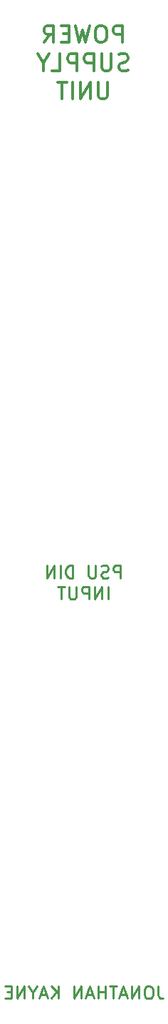
<source format=gbo>
G04 #@! TF.GenerationSoftware,KiCad,Pcbnew,(5.1.0)-1*
G04 #@! TF.CreationDate,2019-05-28T14:34:34-04:00*
G04 #@! TF.ProjectId,Power Supply_Panel,506f7765-7220-4537-9570-706c795f5061,rev?*
G04 #@! TF.SameCoordinates,Original*
G04 #@! TF.FileFunction,Legend,Bot*
G04 #@! TF.FilePolarity,Positive*
%FSLAX46Y46*%
G04 Gerber Fmt 4.6, Leading zero omitted, Abs format (unit mm)*
G04 Created by KiCad (PCBNEW (5.1.0)-1) date 2019-05-28 14:34:34*
%MOMM*%
%LPD*%
G04 APERTURE LIST*
%ADD10C,0.250000*%
%ADD11C,0.350000*%
G04 APERTURE END LIST*
D10*
X49357142Y-100928571D02*
X49357142Y-99428571D01*
X48785714Y-99428571D01*
X48642857Y-99500000D01*
X48571428Y-99571428D01*
X48500000Y-99714285D01*
X48500000Y-99928571D01*
X48571428Y-100071428D01*
X48642857Y-100142857D01*
X48785714Y-100214285D01*
X49357142Y-100214285D01*
X47928571Y-100857142D02*
X47714285Y-100928571D01*
X47357142Y-100928571D01*
X47214285Y-100857142D01*
X47142857Y-100785714D01*
X47071428Y-100642857D01*
X47071428Y-100500000D01*
X47142857Y-100357142D01*
X47214285Y-100285714D01*
X47357142Y-100214285D01*
X47642857Y-100142857D01*
X47785714Y-100071428D01*
X47857142Y-100000000D01*
X47928571Y-99857142D01*
X47928571Y-99714285D01*
X47857142Y-99571428D01*
X47785714Y-99500000D01*
X47642857Y-99428571D01*
X47285714Y-99428571D01*
X47071428Y-99500000D01*
X46428571Y-99428571D02*
X46428571Y-100642857D01*
X46357142Y-100785714D01*
X46285714Y-100857142D01*
X46142857Y-100928571D01*
X45857142Y-100928571D01*
X45714285Y-100857142D01*
X45642857Y-100785714D01*
X45571428Y-100642857D01*
X45571428Y-99428571D01*
X43714285Y-100928571D02*
X43714285Y-99428571D01*
X43357142Y-99428571D01*
X43142857Y-99500000D01*
X43000000Y-99642857D01*
X42928571Y-99785714D01*
X42857142Y-100071428D01*
X42857142Y-100285714D01*
X42928571Y-100571428D01*
X43000000Y-100714285D01*
X43142857Y-100857142D01*
X43357142Y-100928571D01*
X43714285Y-100928571D01*
X42214285Y-100928571D02*
X42214285Y-99428571D01*
X41500000Y-100928571D02*
X41500000Y-99428571D01*
X40642857Y-100928571D01*
X40642857Y-99428571D01*
X47892857Y-103428571D02*
X47892857Y-101928571D01*
X47178571Y-103428571D02*
X47178571Y-101928571D01*
X46321428Y-103428571D01*
X46321428Y-101928571D01*
X45607142Y-103428571D02*
X45607142Y-101928571D01*
X45035714Y-101928571D01*
X44892857Y-102000000D01*
X44821428Y-102071428D01*
X44750000Y-102214285D01*
X44750000Y-102428571D01*
X44821428Y-102571428D01*
X44892857Y-102642857D01*
X45035714Y-102714285D01*
X45607142Y-102714285D01*
X44107142Y-101928571D02*
X44107142Y-103142857D01*
X44035714Y-103285714D01*
X43964285Y-103357142D01*
X43821428Y-103428571D01*
X43535714Y-103428571D01*
X43392857Y-103357142D01*
X43321428Y-103285714D01*
X43250000Y-103142857D01*
X43250000Y-101928571D01*
X42750000Y-101928571D02*
X41892857Y-101928571D01*
X42321428Y-103428571D02*
X42321428Y-101928571D01*
X53857142Y-149178571D02*
X53857142Y-150250000D01*
X53928571Y-150464285D01*
X54071428Y-150607142D01*
X54285714Y-150678571D01*
X54428571Y-150678571D01*
X52857142Y-149178571D02*
X52571428Y-149178571D01*
X52428571Y-149250000D01*
X52285714Y-149392857D01*
X52214285Y-149678571D01*
X52214285Y-150178571D01*
X52285714Y-150464285D01*
X52428571Y-150607142D01*
X52571428Y-150678571D01*
X52857142Y-150678571D01*
X53000000Y-150607142D01*
X53142857Y-150464285D01*
X53214285Y-150178571D01*
X53214285Y-149678571D01*
X53142857Y-149392857D01*
X53000000Y-149250000D01*
X52857142Y-149178571D01*
X51571428Y-150678571D02*
X51571428Y-149178571D01*
X50714285Y-150678571D01*
X50714285Y-149178571D01*
X50071428Y-150250000D02*
X49357142Y-150250000D01*
X50214285Y-150678571D02*
X49714285Y-149178571D01*
X49214285Y-150678571D01*
X48928571Y-149178571D02*
X48071428Y-149178571D01*
X48500000Y-150678571D02*
X48500000Y-149178571D01*
X47571428Y-150678571D02*
X47571428Y-149178571D01*
X47571428Y-149892857D02*
X46714285Y-149892857D01*
X46714285Y-150678571D02*
X46714285Y-149178571D01*
X46071428Y-150250000D02*
X45357142Y-150250000D01*
X46214285Y-150678571D02*
X45714285Y-149178571D01*
X45214285Y-150678571D01*
X44714285Y-150678571D02*
X44714285Y-149178571D01*
X43857142Y-150678571D01*
X43857142Y-149178571D01*
X42000000Y-150678571D02*
X42000000Y-149178571D01*
X41142857Y-150678571D02*
X41785714Y-149821428D01*
X41142857Y-149178571D02*
X42000000Y-150035714D01*
X40571428Y-150250000D02*
X39857142Y-150250000D01*
X40714285Y-150678571D02*
X40214285Y-149178571D01*
X39714285Y-150678571D01*
X38928571Y-149964285D02*
X38928571Y-150678571D01*
X39428571Y-149178571D02*
X38928571Y-149964285D01*
X38428571Y-149178571D01*
X37928571Y-150678571D02*
X37928571Y-149178571D01*
X37071428Y-150678571D01*
X37071428Y-149178571D01*
X36357142Y-149892857D02*
X35857142Y-149892857D01*
X35642857Y-150678571D02*
X36357142Y-150678571D01*
X36357142Y-149178571D01*
X35642857Y-149178571D01*
D11*
X49619047Y-37554761D02*
X49619047Y-35554761D01*
X48857142Y-35554761D01*
X48666666Y-35650000D01*
X48571428Y-35745238D01*
X48476190Y-35935714D01*
X48476190Y-36221428D01*
X48571428Y-36411904D01*
X48666666Y-36507142D01*
X48857142Y-36602380D01*
X49619047Y-36602380D01*
X47238095Y-35554761D02*
X46857142Y-35554761D01*
X46666666Y-35650000D01*
X46476190Y-35840476D01*
X46380952Y-36221428D01*
X46380952Y-36888095D01*
X46476190Y-37269047D01*
X46666666Y-37459523D01*
X46857142Y-37554761D01*
X47238095Y-37554761D01*
X47428571Y-37459523D01*
X47619047Y-37269047D01*
X47714285Y-36888095D01*
X47714285Y-36221428D01*
X47619047Y-35840476D01*
X47428571Y-35650000D01*
X47238095Y-35554761D01*
X45714285Y-35554761D02*
X45238095Y-37554761D01*
X44857142Y-36126190D01*
X44476190Y-37554761D01*
X44000000Y-35554761D01*
X43238095Y-36507142D02*
X42571428Y-36507142D01*
X42285714Y-37554761D02*
X43238095Y-37554761D01*
X43238095Y-35554761D01*
X42285714Y-35554761D01*
X40285714Y-37554761D02*
X40952380Y-36602380D01*
X41428571Y-37554761D02*
X41428571Y-35554761D01*
X40666666Y-35554761D01*
X40476190Y-35650000D01*
X40380952Y-35745238D01*
X40285714Y-35935714D01*
X40285714Y-36221428D01*
X40380952Y-36411904D01*
X40476190Y-36507142D01*
X40666666Y-36602380D01*
X41428571Y-36602380D01*
X50285714Y-40809523D02*
X50000000Y-40904761D01*
X49523809Y-40904761D01*
X49333333Y-40809523D01*
X49238095Y-40714285D01*
X49142857Y-40523809D01*
X49142857Y-40333333D01*
X49238095Y-40142857D01*
X49333333Y-40047619D01*
X49523809Y-39952380D01*
X49904761Y-39857142D01*
X50095238Y-39761904D01*
X50190476Y-39666666D01*
X50285714Y-39476190D01*
X50285714Y-39285714D01*
X50190476Y-39095238D01*
X50095238Y-39000000D01*
X49904761Y-38904761D01*
X49428571Y-38904761D01*
X49142857Y-39000000D01*
X48285714Y-38904761D02*
X48285714Y-40523809D01*
X48190476Y-40714285D01*
X48095238Y-40809523D01*
X47904761Y-40904761D01*
X47523809Y-40904761D01*
X47333333Y-40809523D01*
X47238095Y-40714285D01*
X47142857Y-40523809D01*
X47142857Y-38904761D01*
X46190476Y-40904761D02*
X46190476Y-38904761D01*
X45428571Y-38904761D01*
X45238095Y-39000000D01*
X45142857Y-39095238D01*
X45047619Y-39285714D01*
X45047619Y-39571428D01*
X45142857Y-39761904D01*
X45238095Y-39857142D01*
X45428571Y-39952380D01*
X46190476Y-39952380D01*
X44190476Y-40904761D02*
X44190476Y-38904761D01*
X43428571Y-38904761D01*
X43238095Y-39000000D01*
X43142857Y-39095238D01*
X43047619Y-39285714D01*
X43047619Y-39571428D01*
X43142857Y-39761904D01*
X43238095Y-39857142D01*
X43428571Y-39952380D01*
X44190476Y-39952380D01*
X41238095Y-40904761D02*
X42190476Y-40904761D01*
X42190476Y-38904761D01*
X40190476Y-39952380D02*
X40190476Y-40904761D01*
X40857142Y-38904761D02*
X40190476Y-39952380D01*
X39523809Y-38904761D01*
X47857142Y-42254761D02*
X47857142Y-43873809D01*
X47761904Y-44064285D01*
X47666666Y-44159523D01*
X47476190Y-44254761D01*
X47095238Y-44254761D01*
X46904761Y-44159523D01*
X46809523Y-44064285D01*
X46714285Y-43873809D01*
X46714285Y-42254761D01*
X45761904Y-44254761D02*
X45761904Y-42254761D01*
X44619047Y-44254761D01*
X44619047Y-42254761D01*
X43666666Y-44254761D02*
X43666666Y-42254761D01*
X43000000Y-42254761D02*
X41857142Y-42254761D01*
X42428571Y-44254761D02*
X42428571Y-42254761D01*
M02*

</source>
